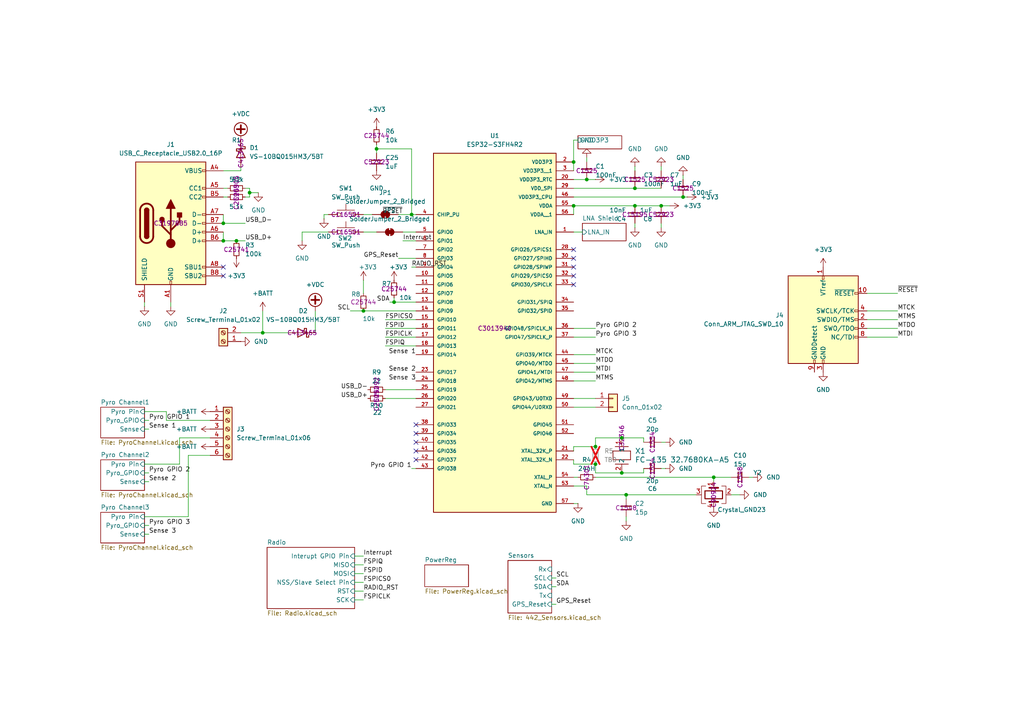
<source format=kicad_sch>
(kicad_sch (version 20250114) (generator "eeschema") (generator_version "9.0")
  (paper "A4")
  (lib_symbols
    (symbol "Connector:Conn_ARM_JTAG_SWD_10" (pin_names (offset 1.016))
      (property "Reference" "J" (at -2.54 16.51 0))
      (property "Value" "Conn_ARM_JTAG_SWD_10" (at -2.54 13.97 0))
      (symbol "Conn_ARM_JTAG_SWD_10_1_1"
        (pin no_connect line (at -10.16 0 0) (length 2.54) (hide yes) (name "KEY") (number "7"))
        (pin passive line (at -2.54 -15.24 90) (length 2.54) (name "GNDDetect") (number "9"))
        (pin power_in line (at 0 15.24 270) (length 2.54) (name "VTref") (number "1"))
        (pin power_in line (at 0 -15.24 90) (length 2.54) (name "GND") (number "3"))
        (pin passive line (at 0 -15.24 90) (length 2.54) (hide yes) (name "GND") (number "5"))
        (pin open_collector line (at 12.7 7.62 180) (length 2.54) (name "~{RESET}") (number "10"))
        (pin output line (at 12.7 2.54 180) (length 2.54) (name "SWCLK/TCK") (number "4"))
        (pin bidirectional line (at 12.7 0 180) (length 2.54) (name "SWDIO/TMS") (number "2"))
        (pin input line (at 12.7 -2.54 180) (length 2.54) (name "SWO/TDO") (number "6"))
        (pin output line (at 12.7 -5.08 180) (length 2.54) (name "NC/TDI") (number "8"))
      )
    )
    (symbol "Connector:Screw_Terminal_01x02" (pin_names (offset 1.016) (hide yes))
      (property "Reference" "J" (at 0 2.54 0))
      (property "Value" "Screw_Terminal_01x02" (at 0 -5.08 0))
      (symbol "Screw_Terminal_01x02_1_1"
        (pin passive line (at -5.08 0 0) (length 3.81) (name "Pin_1") (number "1"))
        (pin passive line (at -5.08 -2.54 0) (length 3.81) (name "Pin_2") (number "2"))
      )
    )
    (symbol "Connector:Screw_Terminal_01x06" (pin_names (offset 1.016) (hide yes))
      (property "Reference" "J" (at 0 7.62 0))
      (property "Value" "Screw_Terminal_01x06" (at 0 -10.16 0))
      (symbol "Screw_Terminal_01x06_1_1"
        (pin passive line (at -5.08 5.08 0) (length 3.81) (name "Pin_1") (number "1"))
        (pin passive line (at -5.08 2.54 0) (length 3.81) (name "Pin_2") (number "2"))
        (pin passive line (at -5.08 0 0) (length 3.81) (name "Pin_3") (number "3"))
        (pin passive line (at -5.08 -2.54 0) (length 3.81) (name "Pin_4") (number "4"))
        (pin passive line (at -5.08 -5.08 0) (length 3.81) (name "Pin_5") (number "5"))
        (pin passive line (at -5.08 -7.62 0) (length 3.81) (name "Pin_6") (number "6"))
      )
    )
    (symbol "Connector:USB_C_Receptacle_USB2.0_16P" (pin_names (offset 1.016))
      (property "Reference" "J" (at 0 22.225 0))
      (property "Value" "USB_C_Receptacle_USB2.0_16P" (at 0 19.685 0))
      (symbol "USB_C_Receptacle_USB2.0_16P_1_1"
        (pin passive line (at -7.62 -22.86 90) (length 5.08) (name "SHIELD") (number "S1"))
        (pin passive line (at 0 -22.86 90) (length 5.08) (name "GND") (number "A1"))
        (pin passive line (at 0 -22.86 90) (length 5.08) (hide yes) (name "GND") (number "A12"))
        (pin passive line (at 0 -22.86 90) (length 5.08) (hide yes) (name "GND") (number "B1"))
        (pin passive line (at 0 -22.86 90) (length 5.08) (hide yes) (name "GND") (number "B12"))
        (pin passive line (at 15.24 15.24 180) (length 5.08) (name "VBUS") (number "A4"))
        (pin passive line (at 15.24 15.24 180) (length 5.08) (hide yes) (name "VBUS") (number "A9"))
        (pin passive line (at 15.24 15.24 180) (length 5.08) (hide yes) (name "VBUS") (number "B4"))
        (pin passive line (at 15.24 15.24 180) (length 5.08) (hide yes) (name "VBUS") (number "B9"))
        (pin bidirectional line (at 15.24 10.16 180) (length 5.08) (name "CC1") (number "A5"))
        (pin bidirectional line (at 15.24 7.62 180) (length 5.08) (name "CC2") (number "B5"))
        (pin bidirectional line (at 15.24 2.54 180) (length 5.08) (name "D-") (number "A7"))
        (pin bidirectional line (at 15.24 0 180) (length 5.08) (name "D-") (number "B7"))
        (pin bidirectional line (at 15.24 -2.54 180) (length 5.08) (name "D+") (number "A6"))
        (pin bidirectional line (at 15.24 -5.08 180) (length 5.08) (name "D+") (number "B6"))
        (pin bidirectional line (at 15.24 -12.7 180) (length 5.08) (name "SBU1") (number "A8"))
        (pin bidirectional line (at 15.24 -15.24 180) (length 5.08) (name "SBU2") (number "B8"))
      )
    )
    (symbol "Connector_Generic:Conn_01x02" (pin_names (offset 1.016) (hide yes))
      (property "Reference" "J" (at 0 2.54 0))
      (property "Value" "Conn_01x02" (at 0 -5.08 0))
      (symbol "Conn_01x02_1_1"
        (pin passive line (at -5.08 0 0) (length 3.81) (name "Pin_1") (number "1"))
        (pin passive line (at -5.08 -2.54 0) (length 3.81) (name "Pin_2") (number "2"))
      )
    )
    (symbol "Device:C_Small" (pin_numbers (hide yes)) (pin_names (offset 0.254) (hide yes))
      (property "Reference" "C" (at 0.254 1.778 0))
      (property "Value" "C_Small" (at 0.254 -2.032 0))
      (symbol "C_Small_1_1"
        (pin passive line (at 0 2.54 270) (length 2.032) (name "~") (number "1"))
        (pin passive line (at 0 -2.54 90) (length 2.032) (name "~") (number "2"))
      )
    )
    (symbol "Device:Crystal_GND23" (pin_names (offset 1.016) (hide yes))
      (property "Reference" "Y" (at 3.175 5.08 0))
      (property "Value" "Crystal_GND23" (at 3.175 3.175 0))
      (symbol "Crystal_GND23_1_1"
        (pin passive line (at -3.81 0 0) (length 1.27) (name "1") (number "1"))
        (pin passive line (at 0 5.08 270) (length 1.27) (name "2") (number "2"))
        (pin passive line (at 0 -5.08 90) (length 1.27) (name "3") (number "3"))
        (pin passive line (at 3.81 0 180) (length 1.27) (name "4") (number "4"))
      )
    )
    (symbol "Device:D_Schottky" (pin_numbers (hide yes)) (pin_names (offset 1.016) (hide yes))
      (property "Reference" "D" (at 0 2.54 0))
      (property "Value" "D_Schottky" (at 0 -2.54 0))
      (symbol "D_Schottky_1_1"
        (pin passive line (at -3.81 0 0) (length 2.54) (name "K") (number "1"))
        (pin passive line (at 3.81 0 180) (length 2.54) (name "A") (number "2"))
      )
    )
    (symbol "Device:R_Small" (pin_numbers (hide yes)) (pin_names (offset 0.254) (hide yes))
      (property "Reference" "R" (at 0.762 0.508 0))
      (property "Value" "R_Small" (at 0.762 -1.016 0))
      (symbol "R_Small_1_1"
        (pin passive line (at 0 2.54 270) (length 0.762) (name "~") (number "1"))
        (pin passive line (at 0 -2.54 90) (length 0.762) (name "~") (number "2"))
      )
    )
    (symbol "ESP32-S3FH4R2:ESP32-S3FH4R2" (pin_names (offset 1.016))
      (property "Reference" "U" (at -17.78 51.562 0))
      (property "Value" "ESP32-S3FH4R2" (at -17.78 -55.88 0))
      (symbol "ESP32-S3FH4R2_0_0"
        (pin input line (at -22.86 33.02 0) (length 5.08) (name "CHIP_PU") (number "4"))
        (pin bidirectional line (at -22.86 27.94 0) (length 5.08) (name "GPIO0") (number "5"))
        (pin bidirectional line (at -22.86 25.4 0) (length 5.08) (name "GPIO1") (number "6"))
        (pin bidirectional line (at -22.86 22.86 0) (length 5.08) (name "GPIO2") (number "7"))
        (pin bidirectional line (at -22.86 20.32 0) (length 5.08) (name "GPIO3") (number "8"))
        (pin bidirectional line (at -22.86 17.78 0) (length 5.08) (name "GPIO4") (number "9"))
        (pin bidirectional line (at -22.86 15.24 0) (length 5.08) (name "GPIO5") (number "10"))
        (pin bidirectional line (at -22.86 12.7 0) (length 5.08) (name "GPIO6") (number "11"))
        (pin bidirectional line (at -22.86 10.16 0) (length 5.08) (name "GPIO7") (number "12"))
        (pin bidirectional line (at -22.86 7.62 0) (length 5.08) (name "GPIO8") (number "13"))
        (pin bidirectional line (at -22.86 5.08 0) (length 5.08) (name "GPIO9") (number "14"))
        (pin bidirectional line (at -22.86 2.54 0) (length 5.08) (name "GPIO10") (number "15"))
        (pin bidirectional line (at -22.86 0 0) (length 5.08) (name "GPIO11") (number "16"))
        (pin bidirectional line (at -22.86 -2.54 0) (length 5.08) (name "GPIO12") (number "17"))
        (pin bidirectional line (at -22.86 -5.08 0) (length 5.08) (name "GPIO13") (number "18"))
        (pin bidirectional line (at -22.86 -7.62 0) (length 5.08) (name "GPIO14") (number "19"))
        (pin bidirectional line (at -22.86 -12.7 0) (length 5.08) (name "GPIO17") (number "23"))
        (pin bidirectional line (at -22.86 -15.24 0) (length 5.08) (name "GPIO18") (number "24"))
        (pin bidirectional line (at -22.86 -17.78 0) (length 5.08) (name "GPIO19") (number "25"))
        (pin bidirectional line (at -22.86 -20.32 0) (length 5.08) (name "GPIO20") (number "26"))
        (pin bidirectional line (at -22.86 -22.86 0) (length 5.08) (name "GPIO21") (number "27"))
        (pin bidirectional line (at -22.86 -27.94 0) (length 5.08) (name "GPIO33") (number "38"))
        (pin bidirectional line (at -22.86 -30.48 0) (length 5.08) (name "GPIO34") (number "39"))
        (pin bidirectional line (at -22.86 -33.02 0) (length 5.08) (name "GPIO35") (number "40"))
        (pin bidirectional line (at -22.86 -35.56 0) (length 5.08) (name "GPIO36") (number "41"))
        (pin bidirectional line (at -22.86 -38.1 0) (length 5.08) (name "GPIO37") (number "42"))
        (pin bidirectional line (at -22.86 -40.64 0) (length 5.08) (name "GPIO38") (number "43"))
        (pin power_in line (at 22.86 48.26 180) (length 5.08) (name "VDD3P3") (number "2"))
        (pin power_in line (at 22.86 45.72 180) (length 5.08) (name "VDD3P3__1") (number "3"))
        (pin power_in line (at 22.86 43.18 180) (length 5.08) (name "VDD3P3_RTC") (number "20"))
        (pin power_in line (at 22.86 40.64 180) (length 5.08) (name "VDD_SPI") (number "29"))
        (pin power_in line (at 22.86 38.1 180) (length 5.08) (name "VDD3P3_CPU") (number "46"))
        (pin power_in line (at 22.86 35.56 180) (length 5.08) (name "VDDA") (number "55"))
        (pin power_in line (at 22.86 33.02 180) (length 5.08) (name "VDDA__1") (number "56"))
        (pin bidirectional line (at 22.86 27.94 180) (length 5.08) (name "LNA_IN") (number "1"))
        (pin bidirectional line (at 22.86 22.86 180) (length 5.08) (name "GPIO26/SPICS1") (number "28"))
        (pin bidirectional line (at 22.86 20.32 180) (length 5.08) (name "GPIO27/SPIHD") (number "30"))
        (pin bidirectional line (at 22.86 17.78 180) (length 5.08) (name "GPIO28/SPIWP") (number "31"))
        (pin bidirectional line (at 22.86 15.24 180) (length 5.08) (name "GPIO29/SPICS0") (number "32"))
        (pin bidirectional line (at 22.86 12.7 180) (length 5.08) (name "GPIO30/SPICLK") (number "33"))
        (pin bidirectional line (at 22.86 7.62 180) (length 5.08) (name "GPIO31/SPIQ") (number "34"))
        (pin bidirectional line (at 22.86 5.08 180) (length 5.08) (name "GPIO32/SPID") (number "35"))
        (pin bidirectional line (at 22.86 0 180) (length 5.08) (name "GPIO48/SPICLK_N") (number "36"))
        (pin bidirectional line (at 22.86 -2.54 180) (length 5.08) (name "GPIO47/SPICLK_P") (number "37"))
        (pin bidirectional line (at 22.86 -7.62 180) (length 5.08) (name "GPIO39/MTCK") (number "44"))
        (pin bidirectional line (at 22.86 -10.16 180) (length 5.08) (name "GPIO40/MTDO") (number "45"))
        (pin bidirectional line (at 22.86 -12.7 180) (length 5.08) (name "GPIO41/MTDI") (number "47"))
        (pin bidirectional line (at 22.86 -15.24 180) (length 5.08) (name "GPIO42/MTMS") (number "48"))
        (pin bidirectional line (at 22.86 -20.32 180) (length 5.08) (name "GPIO43/U0TXD") (number "49"))
        (pin bidirectional line (at 22.86 -22.86 180) (length 5.08) (name "GPIO44/U0RXD") (number "50"))
        (pin bidirectional line (at 22.86 -27.94 180) (length 5.08) (name "GPIO45") (number "51"))
        (pin bidirectional line (at 22.86 -30.48 180) (length 5.08) (name "GPIO46") (number "52"))
        (pin bidirectional line (at 22.86 -35.56 180) (length 5.08) (name "XTAL_32K_P") (number "21"))
        (pin bidirectional line (at 22.86 -38.1 180) (length 5.08) (name "XTAL_32K_N") (number "22"))
        (pin input line (at 22.86 -43.18 180) (length 5.08) (name "XTAL_P") (number "54"))
        (pin output line (at 22.86 -45.72 180) (length 5.08) (name "XTAL_N") (number "53"))
        (pin power_in line (at 22.86 -50.8 180) (length 5.08) (name "GND") (number "57"))
      )
    )
    (symbol "FC_135:FC-135_32.7680KA-A5" (pin_names (offset 0.254))
      (property "Reference" "X1" (at 3.8099 3.81 90))
      (property "Value" "FC-135 32.7680KA-A5" (at 6.3499 3.81 90))
      (symbol "FC-135_32.7680KA-A5_1_1"
        (pin passive line (at 0 0 0) (length 2.54) (name "1") (number "1"))
        (pin passive line (at 10.16 0 180) (length 2.54) (name "2") (number "2"))
      )
      (symbol "FC-135_32.7680KA-A5_1_2"
        (pin unspecified line (at 0 10.16 270) (length 2.54) (name "2") (number "2"))
        (pin unspecified line (at 0 0 90) (length 2.54) (name "1") (number "1"))
      )
    )
    (symbol "Jumper:SolderJumper_2_Bridged" (pin_numbers (hide yes)) (pin_names (offset 0) (hide yes)) (exclude_from_sim yes) (in_bom no)
      (property "Reference" "JP" (at 0 2.032 0))
      (property "Value" "SolderJumper_2_Bridged" (at 0 -2.54 0))
      (symbol "SolderJumper_2_Bridged_1_1"
        (pin passive line (at -3.81 0 0) (length 2.54) (name "A") (number "1"))
        (pin passive line (at 3.81 0 180) (length 2.54) (name "B") (number "2"))
      )
    )
    (symbol "Switch:SW_Push" (pin_numbers (hide yes)) (pin_names (offset 1.016) (hide yes))
      (property "Reference" "SW" (at 1.27 2.54 0))
      (property "Value" "SW_Push" (at 0 -1.524 0))
      (symbol "SW_Push_0_1"
        (pin passive line (at -5.08 0 0) (length 2.54) (name "1") (number "1"))
        (pin passive line (at 5.08 0 180) (length 2.54) (name "2") (number "2"))
      )
    )
    (symbol "power:+3V3" (power) (pin_numbers (hide yes)) (pin_names (offset 0) (hide yes))
      (property "Value" "+3V3" (at 0 3.556 0))
      (symbol "+3V3_1_1"
        (pin power_in line (at 0 0 90) (length 0) (name "~") (number "1"))
      )
    )
    (symbol "power:+BATT" (power) (pin_numbers (hide yes)) (pin_names (offset 0) (hide yes))
      (property "Value" "+BATT" (at 0 3.556 0))
      (symbol "+BATT_1_1"
        (pin power_in line (at 0 0 90) (length 0) (name "~") (number "1"))
      )
    )
    (symbol "power:+VDC" (power) (pin_numbers (hide yes)) (pin_names (offset 0) (hide yes))
      (property "Value" "+VDC" (at 0 6.35 0))
      (symbol "+VDC_1_1"
        (pin power_in line (at 0 0 90) (length 0) (name "~") (number "1"))
      )
    )
    (symbol "power:GND" (power) (pin_numbers (hide yes)) (pin_names (offset 0) (hide yes))
      (property "Value" "GND" (at 0 -3.81 0))
      (symbol "GND_1_1"
        (pin power_in line (at 0 0 270) (length 0) (name "~") (number "1"))
      )
    )
  )
  (junction (at 181.61 143.51))
  (junction (at 105.41 90.17))
  (junction (at 72.39 55.88))
  (junction (at 172.72 129.54))
  (junction (at 119.38 62.23))
  (junction (at 191.77 59.69))
  (junction (at 184.15 54.61))
  (junction (at 109.22 43.18))
  (junction (at 68.58 69.85))
  (junction (at 172.72 134.62))
  (junction (at 207.01 138.43))
  (junction (at 64.77 69.85))
  (junction (at 114.3 87.63))
  (junction (at 76.2 96.52))
  (junction (at 170.18 52.07))
  (junction (at 180.34 127))
  (junction (at 184.15 59.69))
  (junction (at 64.77 64.77))
  (junction (at 198.12 57.15))
  (junction (at 166.37 46.99))
  (junction (at 180.34 137.16))
  (junction (at 166.37 59.69))
  (no_connect (at 166.37 74.93))
  (no_connect (at 120.65 123.19))
  (no_connect (at 64.77 80.01))
  (no_connect (at 120.65 125.73))
  (no_connect (at 166.37 72.39))
  (no_connect (at 120.65 133.35))
  (no_connect (at 120.65 128.27))
  (no_connect (at 120.65 130.81))
  (no_connect (at 64.77 77.47))
  (no_connect (at 166.37 77.47))
  (no_connect (at 166.37 80.01))
  (no_connect (at 166.37 82.55))
  (wire (pts (xy 166.37 54.61) (xy 184.15 54.61)))
  (wire (pts (xy 41.91 119.38) (xy 48.26 119.38)))
  (wire (pts (xy 105.41 67.31) (xy 109.22 67.31)))
  (wire (pts (xy 166.37 115.57) (xy 172.72 115.57)))
  (wire (pts (xy 71.12 57.15) (xy 72.39 57.15)))
  (wire (pts (xy 191.77 59.69) (xy 194.31 59.69)))
  (wire (pts (xy 76.2 90.17) (xy 76.2 96.52)))
  (wire (pts (xy 48.26 119.38) (xy 48.26 121.92)))
  (wire (pts (xy 54.61 149.86) (xy 54.61 132.08)))
  (wire (pts (xy 160.02 167.64) (xy 161.29 167.64)))
  (wire (pts (xy 186.69 128.27) (xy 186.69 127)))
  (wire (pts (xy 72.39 55.88) (xy 72.39 54.61)))
  (wire (pts (xy 41.91 87.63) (xy 41.91 88.9)))
  (wire (pts (xy 54.61 132.08) (xy 60.96 132.08)))
  (wire (pts (xy 166.37 52.07) (xy 170.18 52.07)))
  (wire (pts (xy 64.77 57.15) (xy 66.04 57.15)))
  (wire (pts (xy 102.87 166.37) (xy 105.41 166.37)))
  (wire (pts (xy 180.34 137.16) (xy 186.69 137.16)))
  (wire (pts (xy 102.87 173.99) (xy 105.41 173.99)))
  (wire (pts (xy 166.37 110.49) (xy 172.72 110.49)))
  (wire (pts (xy 166.37 146.05) (xy 167.64 146.05)))
  (wire (pts (xy 115.57 74.93) (xy 120.65 74.93)))
  (wire (pts (xy 109.22 43.18) (xy 119.38 43.18)))
  (wire (pts (xy 64.77 67.31) (xy 64.77 69.85)))
  (wire (pts (xy 184.15 48.26) (xy 184.15 49.53)))
  (wire (pts (xy 111.76 97.79) (xy 120.65 97.79)))
  (wire (pts (xy 111.76 92.71) (xy 120.65 92.71)))
  (wire (pts (xy 64.77 54.61) (xy 66.04 54.61)))
  (wire (pts (xy 41.91 137.16) (xy 43.18 137.16)))
  (wire (pts (xy 91.44 90.17) (xy 91.44 96.52)))
  (wire (pts (xy 119.38 135.89) (xy 120.65 135.89)))
  (wire (pts (xy 166.37 97.79) (xy 172.72 97.79)))
  (wire (pts (xy 184.15 54.61) (xy 191.77 54.61)))
  (wire (pts (xy 72.39 54.61) (xy 71.12 54.61)))
  (wire (pts (xy 95.25 62.23) (xy 93.98 62.23)))
  (wire (pts (xy 184.15 66.04) (xy 184.15 64.77)))
  (wire (pts (xy 41.91 154.94) (xy 43.18 154.94)))
  (wire (pts (xy 166.37 105.41) (xy 172.72 105.41)))
  (wire (pts (xy 102.87 161.29) (xy 105.41 161.29)))
  (wire (pts (xy 172.72 127) (xy 180.34 127)))
  (wire (pts (xy 191.77 135.89) (xy 193.04 135.89)))
  (wire (pts (xy 109.22 44.45) (xy 109.22 43.18)))
  (wire (pts (xy 166.37 67.31) (xy 168.91 67.31)))
  (wire (pts (xy 101.6 90.17) (xy 105.41 90.17)))
  (wire (pts (xy 109.22 41.91) (xy 109.22 43.18)))
  (wire (pts (xy 41.91 139.7) (xy 43.18 139.7)))
  (wire (pts (xy 207.01 139.7) (xy 207.01 138.43)))
  (wire (pts (xy 217.17 138.43) (xy 218.44 138.43)))
  (wire (pts (xy 41.91 121.92) (xy 43.18 121.92)))
  (wire (pts (xy 111.76 95.25) (xy 120.65 95.25)))
  (wire (pts (xy 166.37 57.15) (xy 198.12 57.15)))
  (wire (pts (xy 72.39 57.15) (xy 72.39 55.88)))
  (wire (pts (xy 166.37 134.62) (xy 172.72 134.62)))
  (wire (pts (xy 161.29 170.18) (xy 160.02 170.18)))
  (wire (pts (xy 113.03 87.63) (xy 114.3 87.63)))
  (wire (pts (xy 251.46 85.09) (xy 260.35 85.09)))
  (wire (pts (xy 105.41 90.17) (xy 120.65 90.17)))
  (wire (pts (xy 64.77 64.77) (xy 71.12 64.77)))
  (wire (pts (xy 111.76 100.33) (xy 120.65 100.33)))
  (wire (pts (xy 41.91 124.46) (xy 43.18 124.46)))
  (wire (pts (xy 166.37 102.87) (xy 172.72 102.87)))
  (wire (pts (xy 170.18 140.97) (xy 166.37 140.97)))
  (wire (pts (xy 251.46 92.71) (xy 260.35 92.71)))
  (wire (pts (xy 166.37 40.64) (xy 166.37 46.99)))
  (wire (pts (xy 191.77 128.27) (xy 193.04 128.27)))
  (wire (pts (xy 64.77 69.85) (xy 68.58 69.85)))
  (wire (pts (xy 172.72 127) (xy 172.72 129.54)))
  (wire (pts (xy 114.3 86.36) (xy 114.3 87.63)))
  (wire (pts (xy 172.72 138.43) (xy 207.01 138.43)))
  (wire (pts (xy 170.18 143.51) (xy 181.61 143.51)))
  (wire (pts (xy 69.85 48.26) (xy 69.85 49.53)))
  (wire (pts (xy 166.37 138.43) (xy 167.64 138.43)))
  (wire (pts (xy 83.82 96.52) (xy 76.2 96.52)))
  (wire (pts (xy 166.37 46.99) (xy 166.37 49.53)))
  (wire (pts (xy 251.46 90.17) (xy 260.35 90.17)))
  (wire (pts (xy 102.87 168.91) (xy 105.41 168.91)))
  (wire (pts (xy 119.38 77.47) (xy 120.65 77.47)))
  (wire (pts (xy 48.26 121.92) (xy 60.96 121.92)))
  (wire (pts (xy 166.37 130.81) (xy 166.37 129.54)))
  (wire (pts (xy 186.69 135.89) (xy 186.69 137.16)))
  (wire (pts (xy 198.12 50.8) (xy 198.12 52.07)))
  (wire (pts (xy 49.53 87.63) (xy 49.53 88.9)))
  (wire (pts (xy 93.98 62.23) (xy 93.98 63.5)))
  (wire (pts (xy 105.41 85.09) (xy 105.41 81.28)))
  (wire (pts (xy 116.84 69.85) (xy 120.65 69.85)))
  (wire (pts (xy 172.72 137.16) (xy 180.34 137.16)))
  (wire (pts (xy 68.58 69.85) (xy 71.12 69.85)))
  (wire (pts (xy 181.61 149.86) (xy 181.61 151.13)))
  (wire (pts (xy 170.18 143.51) (xy 170.18 140.97)))
  (wire (pts (xy 251.46 97.79) (xy 260.35 97.79)))
  (wire (pts (xy 160.02 175.26) (xy 161.29 175.26)))
  (wire (pts (xy 111.76 115.57) (xy 120.65 115.57)))
  (wire (pts (xy 212.09 143.51) (xy 214.63 143.51)))
  (wire (pts (xy 52.07 127) (xy 60.96 127)))
  (wire (pts (xy 41.91 152.4) (xy 43.18 152.4)))
  (wire (pts (xy 119.38 62.23) (xy 120.65 62.23)))
  (wire (pts (xy 64.77 49.53) (xy 69.85 49.53)))
  (wire (pts (xy 170.18 52.07) (xy 172.72 52.07)))
  (wire (pts (xy 95.25 67.31) (xy 87.63 67.31)))
  (wire (pts (xy 166.37 107.95) (xy 172.72 107.95)))
  (wire (pts (xy 207.01 138.43) (xy 212.09 138.43)))
  (wire (pts (xy 166.37 129.54) (xy 172.72 129.54)))
  (wire (pts (xy 191.77 59.69) (xy 184.15 59.69)))
  (wire (pts (xy 115.57 62.23) (xy 119.38 62.23)))
  (wire (pts (xy 251.46 95.25) (xy 260.35 95.25)))
  (wire (pts (xy 52.07 134.62) (xy 52.07 127)))
  (wire (pts (xy 170.18 45.72) (xy 170.18 46.99)))
  (wire (pts (xy 41.91 134.62) (xy 52.07 134.62)))
  (wire (pts (xy 166.37 118.11) (xy 172.72 118.11)))
  (wire (pts (xy 191.77 66.04) (xy 191.77 64.77)))
  (wire (pts (xy 166.37 95.25) (xy 172.72 95.25)))
  (wire (pts (xy 102.87 171.45) (xy 105.41 171.45)))
  (wire (pts (xy 41.91 149.86) (xy 54.61 149.86)))
  (wire (pts (xy 181.61 143.51) (xy 201.93 143.51)))
  (wire (pts (xy 166.37 59.69) (xy 166.37 62.23)))
  (wire (pts (xy 76.2 96.52) (xy 69.85 96.52)))
  (wire (pts (xy 116.84 67.31) (xy 120.65 67.31)))
  (wire (pts (xy 166.37 59.69) (xy 184.15 59.69)))
  (wire (pts (xy 198.12 57.15) (xy 199.39 57.15)))
  (wire (pts (xy 64.77 62.23) (xy 64.77 64.77)))
  (wire (pts (xy 119.38 43.18) (xy 119.38 62.23)))
  (wire (pts (xy 172.72 134.62) (xy 172.72 137.16)))
  (wire (pts (xy 111.76 113.03) (xy 120.65 113.03)))
  (wire (pts (xy 87.63 67.31) (xy 87.63 69.85)))
  (wire (pts (xy 191.77 48.26) (xy 191.77 49.53)))
  (wire (pts (xy 72.39 55.88) (xy 74.93 55.88)))
  (wire (pts (xy 181.61 143.51) (xy 181.61 144.78)))
  (wire (pts (xy 167.64 40.64) (xy 166.37 40.64)))
  (wire (pts (xy 114.3 87.63) (xy 120.65 87.63)))
  (wire (pts (xy 102.87 163.83) (xy 105.41 163.83)))
  (wire (pts (xy 166.37 133.35) (xy 166.37 134.62)))
  (wire (pts (xy 180.34 127) (xy 186.69 127)))
  (wire (pts (xy 105.41 62.23) (xy 107.95 62.23)))
  (label "SDA" (at 113.03 87.63 180))
  (label "FSPICLK" (at 105.41 173.99 0))
  (label "Sense 2" (at 43.18 139.7 0))
  (label "SCL" (at 161.29 167.64 0))
  (label "USB_D+" (at 71.12 69.85 0))
  (label "FSPID" (at 105.41 166.37 0))
  (label "MTDO" (at 172.72 105.41 0))
  (label "Sense 1" (at 43.18 124.46 0))
  (label "MTDI" (at 172.72 107.95 0))
  (label "MTCK" (at 260.35 90.17 0))
  (label "Interrupt" (at 105.41 161.29 0))
  (label "MTMS" (at 172.72 110.49 0))
  (label "Pyro GPIO 2" (at 172.72 95.25 0))
  (label "RADIO_RST" (at 105.41 171.45 0))
  (label "Pyro GPIO 1" (at 43.18 121.92 0))
  (label "Pyro GPIO 1" (at 119.38 135.89 180))
  (label "FSPICLK" (at 111.76 97.79 0))
  (label "USB_D+" (at 106.68 115.57 180))
  (label "SCL" (at 101.6 90.17 180))
  (label "MTDI" (at 260.35 97.79 0))
  (label "MTCK" (at 172.72 102.87 0))
  (label "FSPICS0" (at 105.41 168.91 0))
  (label "Pyro GPIO 3" (at 172.72 97.79 0))
  (label "~{RESET}" (at 260.35 85.09 0))
  (label "FSPICS0" (at 111.76 92.71 0))
  (label "USB_D-" (at 106.68 113.03 180))
  (label "GPS_Reset" (at 115.57 74.93 180))
  (label "Sense 2" (at 120.65 107.95 180))
  (label "~{RESET}" (at 116.84 62.23 180))
  (label "Interrupt" (at 116.84 69.85 0))
  (label "Sense 1" (at 120.65 102.87 180))
  (label "Pyro GPIO 2" (at 43.18 137.16 0))
  (label "MTMS" (at 260.35 92.71 0))
  (label "SDA" (at 161.29 170.18 0))
  (label "FSPIQ" (at 105.41 163.83 0))
  (label "RADIO_RST" (at 119.38 77.47 0))
  (label "Pyro GPIO 3" (at 43.18 152.4 0))
  (label "Sense 3" (at 120.65 110.49 180))
  (label "FSPID" (at 111.76 95.25 0))
  (label "USB_D-" (at 71.12 64.77 0))
  (label "FSPIQ" (at 111.76 100.33 0))
  (label "MTDO" (at 260.35 95.25 0))
  (label "Sense 3" (at 43.18 154.94 0))
  (label "GPS_Reset" (at 161.29 175.26 0))
  (symbol (lib_id "Device:R_Small") (at 109.22 115.57 270) (unit 1)
    (property "Reference" "R10" (at 109.22 117.602 90))
    (property "Value" "22" (at 109.474 119.634 90))
    (property "Footprint" "Resistor_SMD:R_0402_1005Metric" (effects (hide yes)))
    (property "Description" "Resistor, small symbol" (effects (hide yes)))
    (property "LCSC" "C25092" (at 109.22 115.57 0))
  )
  (symbol (lib_id "power:GND") (at 109.22 49.53 0) (unit 1)
    (property "Reference" "#PWR080" (effects (hide yes)))
    (property "Value" "GND" (at 109.22 54.61 0))
    (property "Description" "Power symbol creates a global label with name \"GND\" , ground" (effects (hide yes)))
  )
  (symbol (lib_id "power:GND") (at 218.44 138.43 90) (unit 1)
    (property "Reference" "#PWR023" (effects (hide yes)))
    (property "Value" "GND" (at 222.25 138.4299 90) (effects (justify right)))
    (property "Description" "Power symbol creates a global label with name \"GND\" , ground" (effects (hide yes)))
  )
  (symbol (lib_id "power:+VDC") (at 91.44 90.17 0) (unit 1)
    (property "Reference" "#PWR039" (effects (hide yes)))
    (property "Value" "+VDC" (at 91.44 82.55 0))
    (property "Description" "Power symbol creates a global label with name \"+VDC\"" (effects (hide yes)))
  )
  (symbol (lib_id "Device:D_Schottky") (at 69.85 44.45 270) (unit 1)
    (property "Reference" "D1" (at 72.39 42.8624 90) (effects (justify left)))
    (property "Value" "VS-10BQ015HM3/5BT" (at 72.39 45.4024 90) (effects (justify left)))
    (property "Footprint" "Diode_SMD:D_SMB" (effects (hide yes)))
    (property "Description" "Schottky diode" (effects (hide yes)))
    (property "LCSC" "C413465" (at 69.85 44.45 0))
  )
  (symbol (lib_id "power:GND") (at 41.91 88.9 0) (unit 1)
    (property "Reference" "#PWR01" (effects (hide yes)))
    (property "Value" "GND" (at 41.91 93.98 0))
    (property "Description" "Power symbol creates a global label with name \"GND\" , ground" (effects (hide yes)))
  )
  (symbol (lib_id "Jumper:SolderJumper_2_Bridged") (at 113.03 67.31 0) (unit 1) (exclude_from_sim yes) (in_bom no)
    (property "Reference" "JP2" (at 113.03 60.96 0))
    (property "Value" "SolderJumper_2_Bridged" (at 113.03 63.5 0))
    (property "Footprint" "Jumper:SolderJumper-2_P1.3mm_Bridged_RoundedPad1.0x1.5mm" (effects (hide yes)))
    (property "Description" "Solder Jumper, 2-pole, closed/bridged" (effects (hide yes)))
  )
  (symbol (lib_id "Device:C_Small") (at 170.18 49.53 180) (unit 1)
    (property "Reference" "C1" (at 172.72 48.2535 0) (effects (justify right)))
    (property "Value" "100nF" (at 172.72 50.7935 0) (effects (justify right)))
    (property "Footprint" "Capacitor_SMD:C_0402_1005Metric" (effects (hide yes)))
    (property "Description" "Unpolarized capacitor, small symbol" (effects (hide yes)))
    (property "LCSC" "C1525" (at 170.18 49.53 0))
  )
  (symbol (lib_id "power:+3V3") (at 68.58 74.93 180) (unit 1)
    (property "Reference" "#PWR03" (effects (hide yes)))
    (property "Value" "+3V3" (at 68.58 80.01 0))
    (property "Description" "Power symbol creates a global label with name \"+3V3\"" (effects (hide yes)))
  )
  (symbol (lib_id "ESP32-S3FH4R2:ESP32-S3FH4R2") (at 143.51 95.25 0) (unit 1)
    (property "Reference" "U1" (at 143.51 39.37 0))
    (property "Value" "ESP32-S3FH4R2" (at 143.51 41.91 0))
    (property "Footprint" "S3FH4R2:QFN40P700X700X90-57N" (effects (hide yes)))
    (property "PARTREV" "1.8mm" (effects (hide yes)))
    (property "STANDARD" "IPC-7351B" (effects (hide yes)))
    (property "MAXIMUM_PACKAGE_HEIGHT" "0.9mm" (effects (hide yes)))
    (property "MANUFACTURER" "Espressif Systems" (effects (hide yes)))
    (property "LCSC" "C3013940" (at 143.51 95.25 0))
  )
  (symbol (lib_id "power:GND") (at 69.85 99.06 90) (unit 1)
    (property "Reference" "#PWR06" (effects (hide yes)))
    (property "Value" "GND" (at 73.66 99.0599 90) (effects (justify right)))
    (property "Description" "Power symbol creates a global label with name \"GND\" , ground" (effects (hide yes)))
  )
  (symbol (lib_id "Connector:Screw_Terminal_01x06") (at 66.04 124.46 0) (unit 1)
    (property "Reference" "J3" (at 68.58 124.4599 0) (effects (justify left)))
    (property "Value" "Screw_Terminal_01x06" (at 68.58 126.9999 0) (effects (justify left)))
    (property "Footprint" "OSTVN06A150:CONN_OSTVN06A150_OST" (effects (hide yes)))
    (property "Description" "Generic screw terminal, single row, 01x06, script generated (kicad-library-utils/schlib/autogen/connector/)" (effects (hide yes)))
  )
  (symbol (lib_id "Device:R_Small") (at 105.41 87.63 0) (unit 1)
    (property "Reference" "R8" (at 101.854 85.344 0) (effects (justify left)))
    (property "Value" "10k" (at 105.156 92.456 0) (effects (justify left)))
    (property "Footprint" "Resistor_SMD:R_0402_1005Metric" (effects (hide yes)))
    (property "Description" "Resistor, small symbol" (effects (hide yes)))
    (property "LCSC" "C25744" (at 105.41 87.63 0))
  )
  (symbol (lib_id "power:+3V3") (at 194.31 59.69 270) (unit 1)
    (property "Reference" "#PWR018" (effects (hide yes)))
    (property "Value" "+3V3" (at 198.12 59.6899 90) (effects (justify left)))
    (property "Description" "Power symbol creates a global label with name \"+3V3\"" (effects (hide yes)))
  )
  (symbol (lib_id "power:+3V3") (at 105.41 81.28 0) (unit 1)
    (property "Reference" "#PWR076" (effects (hide yes)))
    (property "Value" "+3V3" (at 106.68 77.47 0))
    (property "Description" "Power symbol creates a global label with name \"+3V3\"" (effects (hide yes)))
  )
  (symbol (lib_id "power:+BATT") (at 60.96 124.46 90) (unit 1)
    (property "Reference" "#PWR074" (effects (hide yes)))
    (property "Value" "+BATT" (at 57.15 124.4599 90) (effects (justify left)))
    (property "Description" "Power symbol creates a global label with name \"+BATT\"" (effects (hide yes)))
  )
  (symbol (lib_id "power:GND") (at 193.04 128.27 90) (unit 1)
    (property "Reference" "#PWR016" (effects (hide yes)))
    (property "Value" "GND" (at 196.85 128.2699 90) (effects (justify right)))
    (property "Description" "Power symbol creates a global label with name \"GND\" , ground" (effects (hide yes)))
  )
  (symbol (lib_id "Device:C_Small") (at 189.23 135.89 90) (unit 1)
    (property "Reference" "C6" (at 189.23 141.732 90))
    (property "Value" "20p" (at 189.23 139.446 90))
    (property "Footprint" "Capacitor_SMD:C_0402_1005Metric" (effects (hide yes)))
    (property "Description" "Unpolarized capacitor, small symbol" (effects (hide yes)))
    (property "LCSC" "C1554" (at 189.23 135.89 0))
  )
  (symbol (lib_id "Device:C_Small") (at 214.63 138.43 90) (unit 1)
    (property "Reference" "C10" (at 214.6363 132.08 90))
    (property "Value" "15p" (at 214.6363 134.62 90))
    (property "Footprint" "Capacitor_SMD:C_0402_1005Metric" (effects (hide yes)))
    (property "Description" "Unpolarized capacitor, small symbol" (effects (hide yes)))
    (property "LCSC" "C1548" (at 214.63 138.43 0))
  )
  (symbol (lib_id "Device:C_Small") (at 184.15 62.23 0) (unit 1)
    (property "Reference" "C4" (at 181.61 63.5065 0) (effects (justify right)))
    (property "Value" "10nF" (at 181.61 60.9665 0) (effects (justify right)))
    (property "Footprint" "Capacitor_SMD:C_0402_1005Metric" (effects (hide yes)))
    (property "Description" "Unpolarized capacitor, small symbol" (effects (hide yes)))
    (property "LCSC" "C15195" (at 184.15 62.23 0))
  )
  (symbol (lib_id "power:+BATT") (at 60.96 129.54 90) (unit 1)
    (property "Reference" "#PWR075" (effects (hide yes)))
    (property "Value" "+BATT" (at 57.15 129.5399 90) (effects (justify left)))
    (property "Description" "Power symbol creates a global label with name \"+BATT\"" (effects (hide yes)))
  )
  (symbol (lib_id "Switch:SW_Push") (at 100.33 67.31 0) (unit 1)
    (property "Reference" "SW2" (at 100.076 69.088 0))
    (property "Value" "SW_Push" (at 100.33 71.12 0))
    (property "Footprint" "Button_Switch_SMD:SW_SPST_PTS810" (effects (hide yes)))
    (property "Description" "Push button switch, generic, two pins" (effects (hide yes)))
    (property "LCSC" "C116501" (at 100.33 67.31 0))
  )
  (symbol (lib_id "power:GND") (at 49.53 88.9 0) (unit 1)
    (property "Reference" "#PWR02" (effects (hide yes)))
    (property "Value" "GND" (at 49.53 93.98 0))
    (property "Description" "Power symbol creates a global label with name \"GND\" , ground" (effects (hide yes)))
  )
  (symbol (lib_id "FC_135:FC-135_32.7680KA-A5") (at 180.34 127 270) (unit 1)
    (property "Reference" "X1" (at 184.15 130.8099 90) (effects (font (size 1.524 1.524)) (justify left)))
    (property "Value" "FC-135 32.7680KA-A5" (at 184.15 133.3499 90) (effects (font (size 1.524 1.524)) (justify left)))
    (property "Footprint" "FC-135:XTAL_FC-135_EPS" (effects (hide yes)))
    (property "Datasheet" "FC-135 32.7680KA-A5" (effects (hide yes)))
    (property "LCSC" "C32346" (at 180.34 127 0))
  )
  (symbol (lib_id "power:+3V3") (at 109.22 36.83 0) (unit 1)
    (property "Reference" "#PWR044" (effects (hide yes)))
    (property "Value" "+3V3" (at 109.22 31.75 0))
    (property "Description" "Power symbol creates a global label with name \"+3V3\"" (effects (hide yes)))
  )
  (symbol (lib_id "power:+3V3") (at 199.39 57.15 270) (unit 1)
    (property "Reference" "#PWR020" (effects (hide yes)))
    (property "Value" "+3V3" (at 203.2 57.1499 90) (effects (justify left)))
    (property "Description" "Power symbol creates a global label with name \"+3V3\"" (effects (hide yes)))
  )
  (symbol (lib_id "Connector:USB_C_Receptacle_USB2.0_16P") (at 49.53 64.77 0) (unit 1)
    (property "Reference" "J1" (at 49.53 41.91 0))
    (property "Value" "USB_C_Receptacle_USB2.0_16P" (at 49.53 44.45 0))
    (property "Footprint" "Connector_USB:USB_C_Receptacle_G-Switch_GT-USB-7010ASV" (effects (hide yes)))
    (property "Datasheet" "https://jlcpcb.com/api/file/downloadByFileSystemAccessId/8589784508607737856" (effects (hide yes)))
    (property "Description" "USB 2.0-only 16P Type-C Receptacle connector" (effects (hide yes)))
    (property "LCSC" "C3197885" (at 49.53 64.77 0))
  )
  (symbol (lib_id "power:+BATT") (at 76.2 90.17 0) (unit 1)
    (property "Reference" "#PWR05" (effects (hide yes)))
    (property "Value" "+BATT" (at 76.2 85.09 0))
    (property "Description" "Power symbol creates a global label with name \"+BATT\"" (effects (hide yes)))
  )
  (symbol (lib_id "power:+BATT") (at 60.96 119.38 90) (unit 1)
    (property "Reference" "#PWR073" (effects (hide yes)))
    (property "Value" "+BATT" (at 57.15 119.3799 90) (effects (justify left)))
    (property "Description" "Power symbol creates a global label with name \"+BATT\"" (effects (hide yes)))
  )
  (symbol (lib_id "power:GND") (at 214.63 143.51 90) (unit 1)
    (property "Reference" "#PWR022" (effects (hide yes)))
    (property "Value" "GND" (at 218.44 143.5099 90) (effects (justify right)))
    (property "Description" "Power symbol creates a global label with name \"GND\" , ground" (effects (hide yes)))
  )
  (symbol (lib_id "Connector:Conn_ARM_JTAG_SWD_10") (at 238.76 92.71 0) (unit 1)
    (property "Reference" "J4" (at 227.33 91.4399 0) (effects (justify right)))
    (property "Value" "Conn_ARM_JTAG_SWD_10" (at 227.33 93.9799 0) (effects (justify right)))
    (property "Footprint" "Connector_PinHeader_1.27mm:PinHeader_2x05_P1.27mm_Vertical_SMD" (effects (hide yes)))
    (property "Datasheet" "http://infocenter.arm.com/help/topic/com.arm.doc.ddi0314h/DDI0314H_coresight_components_trm.pdf" (effects (hide yes)))
    (property "Description" "Cortex Debug Connector, standard ARM Cortex-M SWD and JTAG interface" (effects (hide yes)))
  )
  (symbol (lib_id "Device:C_Small") (at 184.15 52.07 180) (unit 1)
    (property "Reference" "C3" (at 186.69 50.7935 0) (effects (justify right)))
    (property "Value" "100nF" (at 186.69 53.3335 0) (effects (justify right)))
    (property "Footprint" "Capacitor_SMD:C_0402_1005Metric" (effects (hide yes)))
    (property "Description" "Unpolarized capacitor, small symbol" (effects (hide yes)))
    (property "LCSC" "C1525" (at 184.15 52.07 0))
  )
  (symbol (lib_id "Device:R_Small") (at 109.22 113.03 90) (unit 1)
    (property "Reference" "R9" (at 109.22 107.95 90))
    (property "Value" "22" (at 109.22 110.49 90))
    (property "Footprint" "Resistor_SMD:R_0402_1005Metric" (effects (hide yes)))
    (property "Description" "Resistor, small symbol" (effects (hide yes)))
    (property "LCSC" "C25092" (at 109.22 113.03 0))
  )
  (symbol (lib_id "power:GND") (at 167.64 146.05 0) (unit 1)
    (property "Reference" "#PWR08" (effects (hide yes)))
    (property "Value" "GND" (at 167.64 151.13 0))
    (property "Description" "Power symbol creates a global label with name \"GND\" , ground" (effects (hide yes)))
  )
  (symbol (lib_id "power:GND") (at 198.12 50.8 180) (unit 1)
    (property "Reference" "#PWR019" (effects (hide yes)))
    (property "Value" "GND" (at 198.12 45.72 0))
    (property "Description" "Power symbol creates a global label with name \"GND\" , ground" (effects (hide yes)))
  )
  (symbol (lib_id "Device:C_Small") (at 191.77 52.07 180) (unit 1)
    (property "Reference" "C7" (at 194.31 50.7935 0) (effects (justify right)))
    (property "Value" "1uF" (at 194.31 53.3335 0) (effects (justify right)))
    (property "Footprint" "Capacitor_SMD:C_0402_1005Metric" (effects (hide yes)))
    (property "Description" "Unpolarized capacitor, small symbol" (effects (hide yes)))
    (property "LCSC" "C52923" (at 191.77 52.07 0))
  )
  (symbol (lib_id "Device:R_Small") (at 68.58 72.39 0) (unit 1)
    (property "Reference" "R3" (at 71.12 71.1199 0) (effects (justify left)))
    (property "Value" "100k" (at 71.12 73.6599 0) (effects (justify left)))
    (property "Footprint" "Resistor_SMD:R_0402_1005Metric" (effects (hide yes)))
    (property "Description" "Resistor, small symbol" (effects (hide yes)))
    (property "LCSC" "C25741" (at 68.58 72.39 0))
  )
  (symbol (lib_id "power:GND") (at 184.15 48.26 180) (unit 1)
    (property "Reference" "#PWR012" (effects (hide yes)))
    (property "Value" "GND" (at 184.15 43.18 0))
    (property "Description" "Power symbol creates a global label with name \"GND\" , ground" (effects (hide yes)))
  )
  (symbol (lib_id "power:GND") (at 93.98 63.5 0) (unit 1)
    (property "Reference" "#PWR047" (effects (hide yes)))
    (property "Value" "GND" (at 93.98 68.58 0))
    (property "Description" "Power symbol creates a global label with name \"GND\" , ground" (effects (hide yes)))
  )
  (symbol (lib_id "power:+3V3") (at 172.72 52.07 270) (unit 1)
    (property "Reference" "#PWR010" (effects (hide yes)))
    (property "Value" "+3V3" (at 176.53 52.0699 90) (effects (justify left)))
    (property "Description" "Power symbol creates a global label with name \"+3V3\"" (effects (hide yes)))
  )
  (symbol (lib_id "power:GND") (at 207.01 147.32 0) (unit 1)
    (property "Reference" "#PWR021" (effects (hide yes)))
    (property "Value" "GND" (at 207.01 152.4 0))
    (property "Description" "Power symbol creates a global label with name \"GND\" , ground" (effects (hide yes)))
  )
  (symbol (lib_id "power:GND") (at 191.77 48.26 180) (unit 1)
    (property "Reference" "#PWR014" (effects (hide yes)))
    (property "Value" "GND" (at 191.77 43.18 0))
    (property "Description" "Power symbol creates a global label with name \"GND\" , ground" (effects (hide yes)))
  )
  (symbol (lib_id "Connector:Screw_Terminal_01x02") (at 64.77 99.06 180) (unit 1)
    (property "Reference" "J2" (at 64.77 90.17 0))
    (property "Value" "Screw_Terminal_01x02" (at 64.77 92.71 0))
    (property "Footprint" "OSTVN02A150:CONN_OSTVN02A150_OST" (effects (hide yes)))
    (property "Description" "Generic screw terminal, single row, 01x02, script generated (kicad-library-utils/schlib/autogen/connector/)" (effects (hide yes)))
  )
  (symbol (lib_id "Device:C_Small") (at 198.12 54.61 180) (unit 1)
    (property "Reference" "C9" (at 200.66 53.3335 0) (effects (justify right)))
    (property "Value" "100nF" (at 200.66 55.8735 0) (effects (justify right)))
    (property "Footprint" "Capacitor_SMD:C_0402_1005Metric" (effects (hide yes)))
    (property "Description" "Unpolarized capacitor, small symbol" (effects (hide yes)))
    (property "LCSC" "C1525" (at 198.12 54.61 0))
  )
  (symbol (lib_id "power:GND") (at 87.63 69.85 0) (unit 1)
    (property "Reference" "#PWR052" (effects (hide yes)))
    (property "Value" "GND" (at 87.63 74.93 0))
    (property "Description" "Power symbol creates a global label with name \"GND\" , ground" (effects (hide yes)))
  )
  (symbol (lib_id "power:+VDC") (at 69.85 40.64 0) (unit 1)
    (property "Reference" "#PWR04" (effects (hide yes)))
    (property "Value" "+VDC" (at 69.85 33.02 0))
    (property "Description" "Power symbol creates a global label with name \"+VDC\"" (effects (hide yes)))
  )
  (symbol (lib_id "Device:R_Small") (at 114.3 83.82 0) (unit 1)
    (property "Reference" "R7" (at 110.744 82.296 0) (effects (justify left)))
    (property "Value" "10k" (at 115.824 86.36 0) (effects (justify left)))
    (property "Footprint" "Resistor_SMD:R_0402_1005Metric" (effects (hide yes)))
    (property "Description" "Resistor, small symbol" (effects (hide yes)))
    (property "LCSC" "C25744" (at 114.3 83.82 0))
  )
  (symbol (lib_id "Jumper:SolderJumper_2_Bridged") (at 111.76 62.23 0) (unit 1) (exclude_from_sim yes) (in_bom no)
    (property "Reference" "JP1" (at 111.76 55.88 0))
    (property "Value" "SolderJumper_2_Bridged" (at 111.76 58.42 0))
    (property "Footprint" "Jumper:SolderJumper-2_P1.3mm_Bridged_RoundedPad1.0x1.5mm" (effects (hide yes)))
    (property "Description" "Solder Jumper, 2-pole, closed/bridged" (effects (hide yes)))
  )
  (symbol (lib_id "Switch:SW_Push") (at 100.33 62.23 0) (unit 1)
    (property "Reference" "SW1" (at 100.33 54.61 0))
    (property "Value" "SW_Push" (at 100.33 57.15 0))
    (property "Footprint" "Button_Switch_SMD:SW_SPST_PTS810" (effects (hide yes)))
    (property "Description" "Push button switch, generic, two pins" (effects (hide yes)))
    (property "LCSC" "C116501" (at 100.33 62.23 0))
  )
  (symbol (lib_id "Device:R_Small") (at 68.58 54.61 90) (unit 1)
    (property "Reference" "R1" (at 68.58 40.64 90))
    (property "Value" "5.1k" (at 68.58 52.07 90))
    (property "Footprint" "Resistor_SMD:R_0402_1005Metric" (effects (hide yes)))
    (property "Description" "Resistor, small symbol" (effects (hide yes)))
    (property "LCSC" "C25905" (at 68.58 54.61 0))
  )
  (symbol (lib_id "Device:R_Small") (at 170.18 138.43 90) (unit 1)
    (property "Reference" "R4" (at 170.18 133.35 90))
    (property "Value" "24nH" (at 170.18 135.89 90))
    (property "Footprint" "Capacitor_SMD:C_0402_1005Metric" (effects (hide yes)))
    (property "Description" "Resistor, small symbol" (effects (hide yes)))
    (property "LCSC" "C74301" (at 170.18 138.43 0))
  )
  (symbol (lib_id "Device:D_Schottky") (at 87.63 96.52 180) (unit 1)
    (property "Reference" "D2" (at 87.9475 90.17 0))
    (property "Value" "VS-10BQ015HM3/5BT" (at 87.9475 92.71 0))
    (property "Footprint" "Diode_SMD:D_SMB" (effects (hide yes)))
    (property "Description" "Schottky diode" (effects (hide yes)))
    (property "LCSC" "C413465" (at 87.63 96.52 0))
  )
  (symbol (lib_id "Device:R_Small") (at 109.22 39.37 0) (unit 1)
    (property "Reference" "R6" (at 111.76 38.0999 0) (effects (justify left)))
    (property "Value" "10k" (at 111.76 40.6399 0) (effects (justify left)))
    (property "Footprint" "Resistor_SMD:R_0402_1005Metric" (effects (hide yes)))
    (property "Description" "Resistor, small symbol" (effects (hide yes)))
    (property "LCSC" "C25744" (at 109.22 39.37 0))
  )
  (symbol (lib_id "power:GND") (at 170.18 45.72 180) (unit 1)
    (property "Reference" "#PWR09" (effects (hide yes)))
    (property "Value" "GND" (at 170.18 40.64 0))
    (property "Description" "Power symbol creates a global label with name \"GND\" , ground" (effects (hide yes)))
  )
  (symbol (lib_id "Device:C_Small") (at 109.22 46.99 0) (unit 1)
    (property "Reference" "C25" (at 111.76 45.7262 0) (effects (justify left)))
    (property "Value" "1uF" (at 111.76 48.2662 0) (effects (justify left)))
    (property "Footprint" "Capacitor_SMD:C_0402_1005Metric" (effects (hide yes)))
    (property "Description" "Unpolarized capacitor, small symbol" (effects (hide yes)))
    (property "LCSC" "C52923" (at 109.22 46.99 0))
  )
  (symbol (lib_id "power:GND") (at 181.61 151.13 0) (unit 1)
    (property "Reference" "#PWR011" (effects (hide yes)))
    (property "Value" "GND" (at 181.61 156.21 0))
    (property "Description" "Power symbol creates a global label with name \"GND\" , ground" (effects (hide yes)))
  )
  (symbol (lib_id "power:GND") (at 193.04 135.89 90) (unit 1)
    (property "Reference" "#PWR017" (effects (hide yes)))
    (property "Value" "GND" (at 196.85 135.8899 90) (effects (justify right)))
    (property "Description" "Power symbol creates a global label with name \"GND\" , ground" (effects (hide yes)))
  )
  (symbol (lib_id "Device:C_Small") (at 189.23 128.27 90) (unit 1)
    (property "Reference" "C5" (at 189.2363 121.92 90))
    (property "Value" "20p" (at 189.2363 124.46 90))
    (property "Footprint" "Capacitor_SMD:C_0402_1005Metric" (effects (hide yes)))
    (property "Description" "Unpolarized capacitor, small symbol" (effects (hide yes)))
    (property "LCSC" "C1554" (at 189.23 128.27 0))
  )
  (symbol (lib_id "power:GND") (at 184.15 66.04 0) (unit 1)
    (property "Reference" "#PWR013" (effects (hide yes)))
    (property "Value" "GND" (at 184.15 71.12 0))
    (property "Description" "Power symbol creates a global label with name \"GND\" , ground" (effects (hide yes)))
  )
  (symbol (lib_id "power:GND") (at 191.77 66.04 0) (unit 1)
    (property "Reference" "#PWR015" (effects (hide yes)))
    (property "Value" "GND" (at 191.77 71.12 0))
    (property "Description" "Power symbol creates a global label with name \"GND\" , ground" (effects (hide yes)))
  )
  (symbol (lib_id "power:+3V3") (at 114.3 81.28 0) (unit 1)
    (property "Reference" "#PWR077" (effects (hide yes)))
    (property "Value" "+3V3" (at 115.57 77.47 0))
    (property "Description" "Power symbol creates a global label with name \"+3V3\"" (effects (hide yes)))
  )
  (symbol (lib_id "Connector_Generic:Conn_01x02") (at 177.8 115.57 0) (unit 1)
    (property "Reference" "J5" (at 180.34 115.5699 0) (effects (justify left)))
    (property "Value" "Conn_01x02" (at 180.34 118.1099 0) (effects (justify left)))
    (property "Footprint" "Connector_PinHeader_1.27mm:PinHeader_1x02_P1.27mm_Vertical_SMD_Pin1Right" (effects (hide yes)))
    (property "Description" "Generic connector, single row, 01x02, script generated (kicad-library-utils/schlib/autogen/connector/)" (effects (hide yes)))
  )
  (symbol (lib_id "Device:Crystal_GND23") (at 207.01 143.51 270) (unit 1)
    (property "Reference" "Y2" (at 219.71 137.0898 90))
    (property "Value" "Crystal_GND23" (at 215.138 147.828 90))
    (property "Footprint" "Crystal:Crystal_SMD_3225-4Pin_3.2x2.5mm" (effects (hide yes)))
    (property "Description" "Four pin crystal, GND on pins 2 and 3" (effects (hide yes)))
    (property "LCSC" "C90924" (at 207.01 143.51 0))
  )
  (symbol (lib_id "power:GND") (at 238.76 107.95 0) (unit 1)
    (property "Reference" "#PWR041" (effects (hide yes)))
    (property "Value" "GND" (at 238.76 113.03 0))
    (property "Description" "Power symbol creates a global label with name \"GND\" , ground" (effects (hide yes)))
  )
  (symbol (lib_id "Device:C_Small") (at 181.61 147.32 180) (unit 1)
    (property "Reference" "C2" (at 184.15 146.0435 0) (effects (justify right)))
    (property "Value" "15p" (at 184.15 148.5835 0) (effects (justify right)))
    (property "Footprint" "Capacitor_SMD:C_0402_1005Metric" (effects (hide yes)))
    (property "Description" "Unpolarized capacitor, small symbol" (effects (hide yes)))
    (property "LCSC" "C1548" (at 181.61 147.32 0))
  )
  (symbol (lib_id "power:GND") (at 74.93 55.88 0) (unit 1)
    (property "Reference" "#PWR07" (effects (hide yes)))
    (property "Value" "GND" (at 74.93 60.96 0))
    (property "Description" "Power symbol creates a global label with name \"GND\" , ground" (effects (hide yes)))
  )
  (symbol (lib_id "Device:R_Small") (at 68.58 57.15 90) (unit 1)
    (property "Reference" "R2" (at 68.58 52.07 90))
    (property "Value" "5.1k" (at 68.58 59.944 90))
    (property "Footprint" "Resistor_SMD:R_0402_1005Metric" (effects (hide yes)))
    (property "Description" "Resistor, small symbol" (effects (hide yes)))
    (property "LCSC" "C25905" (at 68.58 57.15 0))
  )
  (symbol (lib_id "Device:R_Small") (at 172.72 132.08 0) (unit 1) (dnp yes)
    (property "Reference" "R5" (at 175.26 130.8099 0) (effects (justify left)))
    (property "Value" "TBD" (at 175.26 133.3499 0) (effects (justify left)))
    (property "Footprint" "Capacitor_SMD:C_0402_1005Metric" (effects (hide yes)))
    (property "Description" "Resistor, small symbol" (effects (hide yes)))
  )
  (symbol (lib_id "Device:C_Small") (at 191.77 62.23 0) (unit 1)
    (property "Reference" "C8" (at 189.23 63.5065 0) (effects (justify right)))
    (property "Value" "1uF" (at 189.23 60.9665 0) (effects (justify right)))
    (property "Footprint" "Capacitor_SMD:C_0402_1005Metric" (effects (hide yes)))
    (property "Description" "Unpolarized capacitor, small symbol" (effects (hide yes)))
    (property "LCSC" "C52923" (at 191.77 62.23 0))
  )
  (symbol (lib_id "power:+3V3") (at 238.76 77.47 0) (unit 1)
    (property "Reference" "#PWR050" (effects (hide yes)))
    (property "Value" "+3V3" (at 238.76 72.39 0))
    (property "Description" "Power symbol creates a global label with name \"+3V3\"" (effects (hide yes)))
  )
  (sheet (at 77.47 158.75) (size 25.4 17.78) (stroke (width 0.1524))
    (property "Sheetname" "Radio" (at 77.47 158.0384 0) (effects (justify left bottom)))
    (property "Sheetfile" "Radio.kicad_sch" (at 77.47 177.1146 0) (effects (justify left top)))
    (pin "Interupt GPIO Pin" input (at 102.87 161.29 0))
    (pin "MISO" input (at 102.87 163.83 0))
    (pin "MOSI" input (at 102.87 166.37 0))
    (pin "NSS{slash}Slave Select Pin" input (at 102.87 168.91 0))
    (pin "RST" input (at 102.87 171.45 0))
    (pin "SCK" input (at 102.87 173.99 0))
  )
  (sheet (at 29.21 118.11) (size 12.7 8.89) (stroke (width 0.1524))
    (property "Sheetname" "Pyro Channel1" (at 29.21 117.3984 0) (effects (justify left bottom)))
    (property "Sheetfile" "PyroChannel.kicad_sch" (at 29.21 127.5846 0) (effects (justify left top)))
    (pin "Pyro Pin" input (at 41.91 119.38 0))
    (pin "Pyro_GPIO" input (at 41.91 121.92 0))
    (pin "Sense" input (at 41.91 124.46 0))
  )
  (sheet (at 29.21 133.35) (size 12.7 8.89) (stroke (width 0.1524))
    (property "Sheetname" "Pyro Channel2" (at 29.21 132.6384 0) (effects (justify left bottom)))
    (property "Sheetfile" "PyroChannel.kicad_sch" (at 29.21 142.8246 0) (effects (justify left top)))
    (pin "Pyro Pin" input (at 41.91 134.62 0))
    (pin "Pyro_GPIO" input (at 41.91 137.16 0))
    (pin "Sense" input (at 41.91 139.7 0))
  )
  (sheet (at 29.21 148.59) (size 12.7 8.89) (stroke (width 0.1524))
    (property "Sheetname" "Pyro Channel3" (at 29.21 147.8784 0) (effects (justify left bottom)))
    (property "Sheetfile" "PyroChannel.kicad_sch" (at 29.21 158.0646 0) (effects (justify left top)))
    (pin "Pyro Pin" input (at 41.91 149.86 0))
    (pin "Pyro_GPIO" input (at 41.91 152.4 0))
    (pin "Sense" input (at 41.91 154.94 0))
  )
  (sheet (at 168.91 64.77) (size 12.7 5.08) (stroke (width 0.1524))
    (property "Sheetname" "LNA Shield" (at 168.91 64.0584 0) (effects (justify left bottom)))
    (property "Sheetfile" "LNA_IN.kicad_sch" (effects (hide yes)))
    (pin "LNA_IN" input (at 168.91 67.31 180))
  )
  (sheet (at 123.19 163.83) (size 12.7 6.35) (stroke (width 0.1524))
    (property "Sheetname" "PowerReg" (at 123.19 163.1184 0) (effects (justify left bottom)))
    (property "Sheetfile" "PowerReg.kicad_sch" (at 123.19 170.7646 0) (effects (justify left top)))
  )
  (sheet (at 147.32 162.56) (size 12.7 15.24) (stroke (width 0.1524))
    (property "Sheetname" "Sensors" (at 147.32 161.8484 0) (effects (justify left bottom)))
    (property "Sheetfile" "442_Sensors.kicad_sch" (at 147.32 178.3846 0) (effects (justify left top)))
    (pin "Rx" input (at 160.02 165.1 0))
    (pin "SCL" input (at 160.02 167.64 0))
    (pin "SDA" input (at 160.02 170.18 0))
    (pin "Tx" input (at 160.02 172.72 0))
    (pin "GPS_Reset" input (at 160.02 175.26 0))
  )
  (sheet (at 167.64 39.37) (size 12.7 3.81) (stroke (width 0.1524))
    (property "Sheetname" "ESP-32 Power Coupler" (effects (hide yes)))
    (property "Sheetfile" "ESP-32_Power_Coupler.kicad_sch" (effects (hide yes)))
    (pin "VDD3P3" input (at 167.64 40.64 180))
  )
)
</source>
